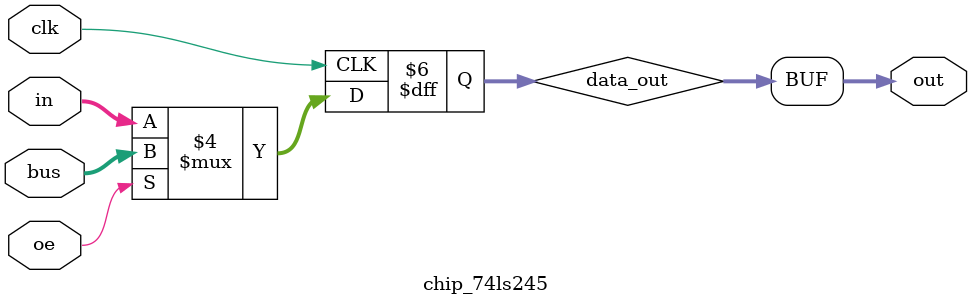
<source format=v>

/**
 * Transceiver to enable writing to the bus.
 * NB: only the function need for this project is implemented.
 * So it just enables and disables writing to the bus.
 */
module chip_74ls245 (
  input clk,
  input [7:0] in,
  input [7:0] bus,
  input oe, // Active low

  output [7:0] out
);

  reg [7:0] data_out;
  assign out = data_out;

  always @(posedge clk) begin
    if (oe == 1'b0) begin
      data_out <= in;
    end
    else begin
      data_out <= bus;
    end
  end

endmodule

</source>
